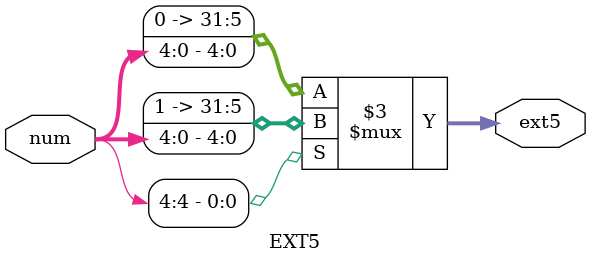
<source format=v>
`timescale 1ns / 1ps

//´ø·ûºÅÎ»À©Õ¹Ô­Êý¾Ý
module EXT5(
    input [4:0] num,
    output reg[31:0]ext5
    );
    always@(*)
    begin
        ext5<=(num[4]==1'b1)?{27'b111111111111111111111111111,num}:{27'b0,num};
    end
endmodule
</source>
